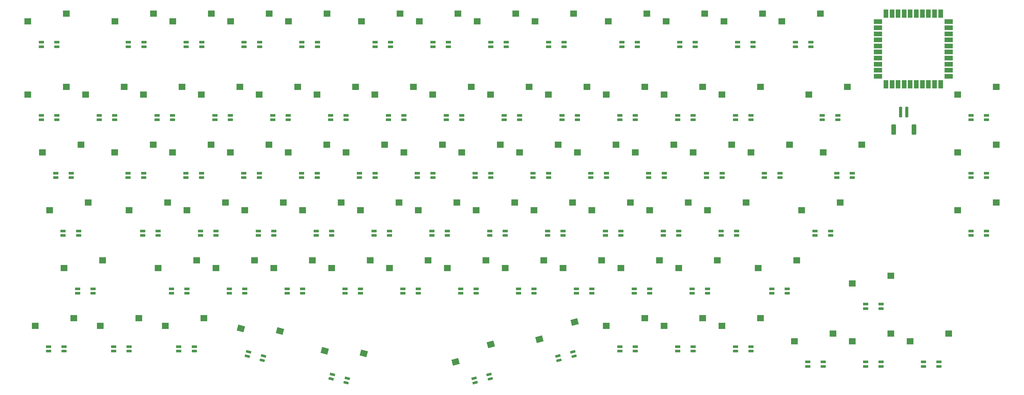
<source format=gbr>
%TF.GenerationSoftware,KiCad,Pcbnew,(6.0.7)*%
%TF.CreationDate,2022-09-18T02:02:10+02:00*%
%TF.ProjectId,Kanagawa_rgb_ansi_stamp,4b616e61-6761-4776-915f-7267625f616e,rev?*%
%TF.SameCoordinates,Original*%
%TF.FileFunction,Paste,Bot*%
%TF.FilePolarity,Positive*%
%FSLAX46Y46*%
G04 Gerber Fmt 4.6, Leading zero omitted, Abs format (unit mm)*
G04 Created by KiCad (PCBNEW (6.0.7)) date 2022-09-18 02:02:10*
%MOMM*%
%LPD*%
G01*
G04 APERTURE LIST*
G04 Aperture macros list*
%AMRoundRect*
0 Rectangle with rounded corners*
0 $1 Rounding radius*
0 $2 $3 $4 $5 $6 $7 $8 $9 X,Y pos of 4 corners*
0 Add a 4 corners polygon primitive as box body*
4,1,4,$2,$3,$4,$5,$6,$7,$8,$9,$2,$3,0*
0 Add four circle primitives for the rounded corners*
1,1,$1+$1,$2,$3*
1,1,$1+$1,$4,$5*
1,1,$1+$1,$6,$7*
1,1,$1+$1,$8,$9*
0 Add four rect primitives between the rounded corners*
20,1,$1+$1,$2,$3,$4,$5,0*
20,1,$1+$1,$4,$5,$6,$7,0*
20,1,$1+$1,$6,$7,$8,$9,0*
20,1,$1+$1,$8,$9,$2,$3,0*%
%AMRotRect*
0 Rectangle, with rotation*
0 The origin of the aperture is its center*
0 $1 length*
0 $2 width*
0 $3 Rotation angle, in degrees counterclockwise*
0 Add horizontal line*
21,1,$1,$2,0,0,$3*%
G04 Aperture macros list end*
%ADD10R,2.300000X2.000000*%
%ADD11R,1.700000X0.820000*%
%ADD12RoundRect,0.205000X-0.645000X-0.205000X0.645000X-0.205000X0.645000X0.205000X-0.645000X0.205000X0*%
%ADD13RotRect,2.300000X2.000000X165.000000*%
%ADD14RotRect,1.700000X0.820000X345.000000*%
%ADD15RoundRect,0.205000X-0.676080X-0.031077X0.569964X-0.364953X0.676080X0.031077X-0.569964X0.364953X0*%
%ADD16RotRect,2.300000X2.000000X195.000000*%
%ADD17RotRect,1.700000X0.820000X15.000000*%
%ADD18RoundRect,0.205000X-0.569964X-0.364953X0.676080X-0.031077X0.569964X0.364953X-0.676080X0.031077X0*%
%ADD19RoundRect,0.250000X0.250000X1.500000X-0.250000X1.500000X-0.250000X-1.500000X0.250000X-1.500000X0*%
%ADD20RoundRect,0.250001X0.499999X1.449999X-0.499999X1.449999X-0.499999X-1.449999X0.499999X-1.449999X0*%
%ADD21R,2.800000X1.500000*%
%ADD22R,1.500000X2.800000*%
G04 APERTURE END LIST*
D10*
%TO.C,KD13*%
X357700000Y-93615000D03*
X370400000Y-91075000D03*
D11*
X362150000Y-100445000D03*
X362150000Y-101945000D03*
D12*
X367250000Y-101945000D03*
D11*
X367250000Y-100445000D03*
%TD*%
D10*
%TO.C,KA5*%
X161425000Y-69515000D03*
X174125000Y-66975000D03*
D11*
X165875000Y-76345000D03*
X165875000Y-77845000D03*
D12*
X170975000Y-77845000D03*
D11*
X170975000Y-76345000D03*
%TD*%
D10*
%TO.C,KF9*%
X280125000Y-169815000D03*
X292825000Y-167275000D03*
D11*
X284575000Y-176645000D03*
X284575000Y-178145000D03*
D12*
X289675000Y-178145000D03*
D11*
X289675000Y-176645000D03*
%TD*%
D10*
%TO.C,KC7*%
X194400000Y-112665000D03*
X207100000Y-110125000D03*
D11*
X198850000Y-119495000D03*
X198850000Y-120995000D03*
D12*
X203950000Y-120995000D03*
D11*
X203950000Y-119495000D03*
%TD*%
D10*
%TO.C,KE11*%
X292031250Y-150765000D03*
X304731250Y-148225000D03*
D11*
X296481250Y-157595000D03*
X296481250Y-159095000D03*
D12*
X301581250Y-159095000D03*
D11*
X301581250Y-157595000D03*
%TD*%
D10*
%TO.C,KC9*%
X232500000Y-112665000D03*
X245200000Y-110125000D03*
D11*
X236950000Y-119495000D03*
X236950000Y-120995000D03*
D12*
X242050000Y-120995000D03*
D11*
X242050000Y-119495000D03*
%TD*%
D10*
%TO.C,KB9*%
X222975000Y-93615000D03*
X235675000Y-91075000D03*
D11*
X227425000Y-100445000D03*
X227425000Y-101945000D03*
D12*
X232525000Y-101945000D03*
D11*
X232525000Y-100445000D03*
%TD*%
D13*
%TO.C,KF3*%
X121654486Y-170639392D03*
X134579145Y-171472942D03*
D14*
X124185122Y-178388410D03*
X123796894Y-179837299D03*
D15*
X128723115Y-181157276D03*
D14*
X129111344Y-179708387D03*
%TD*%
D10*
%TO.C,KB0*%
X51525000Y-93615000D03*
X64225000Y-91075000D03*
D11*
X55975000Y-100445000D03*
X55975000Y-101945000D03*
D12*
X61075000Y-101945000D03*
D11*
X61075000Y-100445000D03*
%TD*%
D10*
%TO.C,KC2*%
X99150000Y-112665000D03*
X111850000Y-110125000D03*
D11*
X103600000Y-119495000D03*
X103600000Y-120995000D03*
D12*
X108700000Y-120995000D03*
D11*
X108700000Y-119495000D03*
%TD*%
D10*
%TO.C,KD7*%
X199162500Y-131715000D03*
X211862500Y-129175000D03*
D11*
X203612500Y-138545000D03*
X203612500Y-140045000D03*
D12*
X208712500Y-140045000D03*
D11*
X208712500Y-138545000D03*
%TD*%
D10*
%TO.C,KA7*%
X199525000Y-69515000D03*
X212225000Y-66975000D03*
D11*
X203975000Y-76345000D03*
X203975000Y-77845000D03*
D12*
X209075000Y-77845000D03*
D11*
X209075000Y-76345000D03*
%TD*%
D10*
%TO.C,KC3*%
X118200000Y-112665000D03*
X130900000Y-110125000D03*
D11*
X122650000Y-119495000D03*
X122650000Y-120995000D03*
D12*
X127750000Y-120995000D03*
D11*
X127750000Y-119495000D03*
%TD*%
D10*
%TO.C,KA10*%
X261725000Y-69515000D03*
X274425000Y-66975000D03*
D11*
X266175000Y-76345000D03*
X266175000Y-77845000D03*
D12*
X271275000Y-77845000D03*
D11*
X271275000Y-76345000D03*
%TD*%
D10*
%TO.C,KC5*%
X156300000Y-112665000D03*
X169000000Y-110125000D03*
D11*
X160750000Y-119495000D03*
X160750000Y-120995000D03*
D12*
X165850000Y-120995000D03*
D11*
X165850000Y-119495000D03*
%TD*%
D10*
%TO.C,KF11*%
X322987500Y-174865000D03*
X335687500Y-172325000D03*
D11*
X327437500Y-181695000D03*
X327437500Y-183195000D03*
D12*
X332537500Y-183195000D03*
D11*
X332537500Y-181695000D03*
%TD*%
D10*
%TO.C,KE7*%
X208687500Y-150765000D03*
X221387500Y-148225000D03*
D11*
X213137500Y-157595000D03*
X213137500Y-159095000D03*
D12*
X218237500Y-159095000D03*
D11*
X218237500Y-157595000D03*
%TD*%
D10*
%TO.C,KF12*%
X342037500Y-174865000D03*
X354737500Y-172325000D03*
D11*
X346487500Y-181695000D03*
X346487500Y-183195000D03*
D12*
X351587500Y-183195000D03*
D11*
X351587500Y-181695000D03*
%TD*%
D10*
%TO.C,KE5*%
X170587500Y-150765000D03*
X183287500Y-148225000D03*
D11*
X175037500Y-157595000D03*
X175037500Y-159095000D03*
D12*
X180137500Y-159095000D03*
D11*
X180137500Y-157595000D03*
%TD*%
D10*
%TO.C,KB5*%
X146775000Y-93615000D03*
X159475000Y-91075000D03*
D11*
X151225000Y-100445000D03*
X151225000Y-101945000D03*
D12*
X156325000Y-101945000D03*
D11*
X156325000Y-100445000D03*
%TD*%
D10*
%TO.C,KD10*%
X256312500Y-131715000D03*
X269012500Y-129175000D03*
D11*
X260762500Y-138545000D03*
X260762500Y-140045000D03*
D12*
X265862500Y-140045000D03*
D11*
X265862500Y-138545000D03*
%TD*%
D10*
%TO.C,KA0*%
X51525000Y-69515000D03*
X64225000Y-66975000D03*
D11*
X55975000Y-76345000D03*
X55975000Y-77845000D03*
D12*
X61075000Y-77845000D03*
D11*
X61075000Y-76345000D03*
%TD*%
D10*
%TO.C,KD1*%
X84862500Y-131715000D03*
X97562500Y-129175000D03*
D11*
X89312500Y-138545000D03*
X89312500Y-140045000D03*
D12*
X94412500Y-140045000D03*
D11*
X94412500Y-138545000D03*
%TD*%
D10*
%TO.C,KB10*%
X242025000Y-93615000D03*
X254725000Y-91075000D03*
D11*
X246475000Y-100445000D03*
X246475000Y-101945000D03*
D12*
X251575000Y-101945000D03*
D11*
X251575000Y-100445000D03*
%TD*%
D10*
%TO.C,KC11*%
X270600000Y-112665000D03*
X283300000Y-110125000D03*
D11*
X275050000Y-119495000D03*
X275050000Y-120995000D03*
D12*
X280150000Y-120995000D03*
D11*
X280150000Y-119495000D03*
%TD*%
D10*
%TO.C,KF1*%
X75337500Y-169815000D03*
X88037500Y-167275000D03*
D11*
X79787500Y-176645000D03*
X79787500Y-178145000D03*
D12*
X84887500Y-178145000D03*
D11*
X84887500Y-176645000D03*
%TD*%
D10*
%TO.C,KE6*%
X189637500Y-150765000D03*
X202337500Y-148225000D03*
D11*
X194087500Y-157595000D03*
X194087500Y-159095000D03*
D12*
X199187500Y-159095000D03*
D11*
X199187500Y-157595000D03*
%TD*%
D10*
%TO.C,KA3*%
X118275000Y-69515000D03*
X130975000Y-66975000D03*
D11*
X122725000Y-76345000D03*
X122725000Y-77845000D03*
D12*
X127825000Y-77845000D03*
D11*
X127825000Y-76345000D03*
%TD*%
D10*
%TO.C,KE4*%
X151537500Y-150765000D03*
X164237500Y-148225000D03*
D11*
X155987500Y-157595000D03*
X155987500Y-159095000D03*
D12*
X161087500Y-159095000D03*
D11*
X161087500Y-157595000D03*
%TD*%
D10*
%TO.C,KD11*%
X275362500Y-131715000D03*
X288062500Y-129175000D03*
D11*
X279812500Y-138545000D03*
X279812500Y-140045000D03*
D12*
X284912500Y-140045000D03*
D11*
X284912500Y-138545000D03*
%TD*%
D10*
%TO.C,KD8*%
X218212500Y-131715000D03*
X230912500Y-129175000D03*
D11*
X222662500Y-138545000D03*
X222662500Y-140045000D03*
D12*
X227762500Y-140045000D03*
D11*
X227762500Y-138545000D03*
%TD*%
D10*
%TO.C,KF0*%
X53906250Y-169815000D03*
X66606250Y-167275000D03*
D11*
X58356250Y-176645000D03*
X58356250Y-178145000D03*
D12*
X63456250Y-178145000D03*
D11*
X63456250Y-176645000D03*
%TD*%
D10*
%TO.C,KE3*%
X132487500Y-150765000D03*
X145187500Y-148225000D03*
D11*
X136937500Y-157595000D03*
X136937500Y-159095000D03*
D12*
X142037500Y-159095000D03*
D11*
X142037500Y-157595000D03*
%TD*%
D10*
%TO.C,KF10*%
X303937500Y-174865000D03*
X316637500Y-172325000D03*
D11*
X308387500Y-181695000D03*
X308387500Y-183195000D03*
D12*
X313487500Y-183195000D03*
D11*
X313487500Y-181695000D03*
%TD*%
D10*
%TO.C,KC0*%
X56287500Y-112665000D03*
X68987500Y-110125000D03*
D11*
X60737500Y-119495000D03*
X60737500Y-120995000D03*
D12*
X65837500Y-120995000D03*
D11*
X65837500Y-119495000D03*
%TD*%
D10*
%TO.C,KD6*%
X180112500Y-131715000D03*
X192812500Y-129175000D03*
D11*
X184562500Y-138545000D03*
X184562500Y-140045000D03*
D12*
X189662500Y-140045000D03*
D11*
X189662500Y-138545000D03*
%TD*%
D10*
%TO.C,KB2*%
X89625000Y-93615000D03*
X102325000Y-91075000D03*
D11*
X94075000Y-100445000D03*
X94075000Y-101945000D03*
D12*
X99175000Y-101945000D03*
D11*
X99175000Y-100445000D03*
%TD*%
D10*
%TO.C,KC4*%
X137250000Y-112665000D03*
X149950000Y-110125000D03*
D11*
X141700000Y-119495000D03*
X141700000Y-120995000D03*
D12*
X146800000Y-120995000D03*
D11*
X146800000Y-119495000D03*
%TD*%
D10*
%TO.C,KD0*%
X58668750Y-131715000D03*
X71368750Y-129175000D03*
D11*
X63118750Y-138545000D03*
X63118750Y-140045000D03*
D12*
X68218750Y-140045000D03*
D11*
X68218750Y-138545000D03*
%TD*%
D10*
%TO.C,KD3*%
X122962500Y-131715000D03*
X135662500Y-129175000D03*
D11*
X127412500Y-138545000D03*
X127412500Y-140045000D03*
D12*
X132512500Y-140045000D03*
D11*
X132512500Y-138545000D03*
%TD*%
D16*
%TO.C,KF5*%
X192396221Y-181658613D03*
X204006079Y-175918160D03*
D17*
X198462325Y-187104142D03*
X198850554Y-188553031D03*
D18*
X203776776Y-187233054D03*
D17*
X203388547Y-185784165D03*
%TD*%
D10*
%TO.C,KF8*%
X261075000Y-169815000D03*
X273775000Y-167275000D03*
D11*
X265525000Y-176645000D03*
X265525000Y-178145000D03*
D12*
X270625000Y-178145000D03*
D11*
X270625000Y-176645000D03*
%TD*%
D10*
%TO.C,KA11*%
X280775000Y-69515000D03*
X293475000Y-66975000D03*
D11*
X285225000Y-76345000D03*
X285225000Y-77845000D03*
D12*
X290325000Y-77845000D03*
D11*
X290325000Y-76345000D03*
%TD*%
D10*
%TO.C,KD5*%
X161062500Y-131715000D03*
X173762500Y-129175000D03*
D11*
X165512500Y-138545000D03*
X165512500Y-140045000D03*
D12*
X170612500Y-140045000D03*
D11*
X170612500Y-138545000D03*
%TD*%
D10*
%TO.C,KA9*%
X242675000Y-69515000D03*
X255375000Y-66975000D03*
D11*
X247125000Y-76345000D03*
X247125000Y-77845000D03*
D12*
X252225000Y-77845000D03*
D11*
X252225000Y-76345000D03*
%TD*%
D10*
%TO.C,KE8*%
X227737500Y-150765000D03*
X240437500Y-148225000D03*
D11*
X232187500Y-157595000D03*
X232187500Y-159095000D03*
D12*
X237287500Y-159095000D03*
D11*
X237287500Y-157595000D03*
%TD*%
D10*
%TO.C,KB3*%
X108675000Y-93615000D03*
X121375000Y-91075000D03*
D11*
X113125000Y-100445000D03*
X113125000Y-101945000D03*
D12*
X118225000Y-101945000D03*
D11*
X118225000Y-100445000D03*
%TD*%
D10*
%TO.C,KC6*%
X175350000Y-112665000D03*
X188050000Y-110125000D03*
D11*
X179800000Y-119495000D03*
X179800000Y-120995000D03*
D12*
X184900000Y-120995000D03*
D11*
X184900000Y-119495000D03*
%TD*%
D10*
%TO.C,KB8*%
X203925000Y-93615000D03*
X216625000Y-91075000D03*
D11*
X208375000Y-100445000D03*
X208375000Y-101945000D03*
D12*
X213475000Y-101945000D03*
D11*
X213475000Y-100445000D03*
%TD*%
D10*
%TO.C,KA1*%
X80175000Y-69515000D03*
X92875000Y-66975000D03*
D11*
X84625000Y-76345000D03*
X84625000Y-77845000D03*
D12*
X89725000Y-77845000D03*
D11*
X89725000Y-76345000D03*
%TD*%
D10*
%TO.C,KA12*%
X299825000Y-69515000D03*
X312525000Y-66975000D03*
D11*
X304275000Y-76345000D03*
X304275000Y-77845000D03*
D12*
X309375000Y-77845000D03*
D11*
X309375000Y-76345000D03*
%TD*%
D10*
%TO.C,KA8*%
X218575000Y-69515000D03*
X231275000Y-66975000D03*
D11*
X223025000Y-76345000D03*
X223025000Y-77845000D03*
D12*
X228125000Y-77845000D03*
D11*
X228125000Y-76345000D03*
%TD*%
D10*
%TO.C,KE2*%
X113437500Y-150765000D03*
X126137500Y-148225000D03*
D11*
X117887500Y-157595000D03*
X117887500Y-159095000D03*
D12*
X122987500Y-159095000D03*
D11*
X122987500Y-157595000D03*
%TD*%
D10*
%TO.C,KE13*%
X357700000Y-112665000D03*
X370400000Y-110125000D03*
D11*
X362150000Y-119495000D03*
X362150000Y-120995000D03*
D12*
X367250000Y-120995000D03*
D11*
X367250000Y-119495000D03*
%TD*%
D10*
%TO.C,KC8*%
X213450000Y-112665000D03*
X226150000Y-110125000D03*
D11*
X217900000Y-119495000D03*
X217900000Y-120995000D03*
D12*
X223000000Y-120995000D03*
D11*
X223000000Y-119495000D03*
%TD*%
D10*
%TO.C,KD4*%
X142012500Y-131715000D03*
X154712500Y-129175000D03*
D11*
X146462500Y-138545000D03*
X146462500Y-140045000D03*
D12*
X151562500Y-140045000D03*
D11*
X151562500Y-138545000D03*
%TD*%
D10*
%TO.C,KB11*%
X261075000Y-93615000D03*
X273775000Y-91075000D03*
D11*
X265525000Y-100445000D03*
X265525000Y-101945000D03*
D12*
X270625000Y-101945000D03*
D11*
X270625000Y-100445000D03*
%TD*%
D10*
%TO.C,KF7*%
X242025000Y-169815000D03*
X254725000Y-167275000D03*
D11*
X246475000Y-176645000D03*
X246475000Y-178145000D03*
D12*
X251575000Y-178145000D03*
D11*
X251575000Y-176645000D03*
%TD*%
D10*
%TO.C,KE0*%
X63431250Y-150765000D03*
X76131250Y-148225000D03*
D11*
X67881250Y-157595000D03*
X67881250Y-159095000D03*
D12*
X72981250Y-159095000D03*
D11*
X72981250Y-157595000D03*
%TD*%
D10*
%TO.C,KC1*%
X80100000Y-112665000D03*
X92800000Y-110125000D03*
D11*
X84550000Y-119495000D03*
X84550000Y-120995000D03*
D12*
X89650000Y-120995000D03*
D11*
X89650000Y-119495000D03*
%TD*%
D10*
%TO.C,KE1*%
X94387500Y-150765000D03*
X107087500Y-148225000D03*
D11*
X98837500Y-157595000D03*
X98837500Y-159095000D03*
D12*
X103937500Y-159095000D03*
D11*
X103937500Y-157595000D03*
%TD*%
D10*
%TO.C,KC13*%
X313462500Y-112665000D03*
X326162500Y-110125000D03*
D11*
X317912500Y-119495000D03*
X317912500Y-120995000D03*
D12*
X323012500Y-120995000D03*
D11*
X323012500Y-119495000D03*
%TD*%
D10*
%TO.C,KB13*%
X308700000Y-93615000D03*
X321400000Y-91075000D03*
D11*
X313150000Y-100445000D03*
X313150000Y-101945000D03*
D12*
X318250000Y-101945000D03*
D11*
X318250000Y-100445000D03*
%TD*%
D13*
%TO.C,KF4*%
X149255817Y-178035146D03*
X162180475Y-178868697D03*
D14*
X151786453Y-185784165D03*
X151398224Y-187233053D03*
D15*
X156324446Y-188553030D03*
D14*
X156712675Y-187104142D03*
%TD*%
D10*
%TO.C,KA4*%
X137325000Y-69515000D03*
X150025000Y-66975000D03*
D11*
X141775000Y-76345000D03*
X141775000Y-77845000D03*
D12*
X146875000Y-77845000D03*
D11*
X146875000Y-76345000D03*
%TD*%
D10*
%TO.C,KC12*%
X289650000Y-112665000D03*
X302350000Y-110125000D03*
D11*
X294100000Y-119495000D03*
X294100000Y-120995000D03*
D12*
X299200000Y-120995000D03*
D11*
X299200000Y-119495000D03*
%TD*%
D10*
%TO.C,KB12*%
X280125000Y-93615000D03*
X292825000Y-91075000D03*
D11*
X284575000Y-100445000D03*
X284575000Y-101945000D03*
D12*
X289675000Y-101945000D03*
D11*
X289675000Y-100445000D03*
%TD*%
D10*
%TO.C,KB4*%
X127725000Y-93615000D03*
X140425000Y-91075000D03*
D11*
X132175000Y-100445000D03*
X132175000Y-101945000D03*
D12*
X137275000Y-101945000D03*
D11*
X137275000Y-100445000D03*
%TD*%
D10*
%TO.C,KB6*%
X165825000Y-93615000D03*
X178525000Y-91075000D03*
D11*
X170275000Y-100445000D03*
X170275000Y-101945000D03*
D12*
X175375000Y-101945000D03*
D11*
X175375000Y-100445000D03*
%TD*%
D10*
%TO.C,KA6*%
X180475000Y-69515000D03*
X193175000Y-66975000D03*
D11*
X184925000Y-76345000D03*
X184925000Y-77845000D03*
D12*
X190025000Y-77845000D03*
D11*
X190025000Y-76345000D03*
%TD*%
D10*
%TO.C,KA2*%
X99225000Y-69515000D03*
X111925000Y-66975000D03*
D11*
X103675000Y-76345000D03*
X103675000Y-77845000D03*
D12*
X108775000Y-77845000D03*
D11*
X108775000Y-76345000D03*
%TD*%
D10*
%TO.C,KF2*%
X96768750Y-169815000D03*
X109468750Y-167275000D03*
D11*
X101218750Y-176645000D03*
X101218750Y-178145000D03*
D12*
X106318750Y-178145000D03*
D11*
X106318750Y-176645000D03*
%TD*%
D10*
%TO.C,KD2*%
X103912500Y-131715000D03*
X116612500Y-129175000D03*
D11*
X108362500Y-138545000D03*
X108362500Y-140045000D03*
D12*
X113462500Y-140045000D03*
D11*
X113462500Y-138545000D03*
%TD*%
D10*
%TO.C,KF13*%
X357700000Y-131715000D03*
X370400000Y-129175000D03*
D11*
X362150000Y-138545000D03*
X362150000Y-140045000D03*
D12*
X367250000Y-140045000D03*
D11*
X367250000Y-138545000D03*
%TD*%
D10*
%TO.C,KB7*%
X184875000Y-93615000D03*
X197575000Y-91075000D03*
D11*
X189325000Y-100445000D03*
X189325000Y-101945000D03*
D12*
X194425000Y-101945000D03*
D11*
X194425000Y-100445000D03*
%TD*%
D10*
%TO.C,KE10*%
X265837500Y-150765000D03*
X278537500Y-148225000D03*
D11*
X270287500Y-157595000D03*
X270287500Y-159095000D03*
D12*
X275387500Y-159095000D03*
D11*
X275387500Y-157595000D03*
%TD*%
D10*
%TO.C,KB1*%
X70575000Y-93615000D03*
X83275000Y-91075000D03*
D11*
X75025000Y-100445000D03*
X75025000Y-101945000D03*
D12*
X80125000Y-101945000D03*
D11*
X80125000Y-100445000D03*
%TD*%
D10*
%TO.C,KD12*%
X306318750Y-131715000D03*
X319018750Y-129175000D03*
D11*
X310768750Y-138545000D03*
X310768750Y-140045000D03*
D12*
X315868750Y-140045000D03*
D11*
X315868750Y-138545000D03*
%TD*%
D10*
%TO.C,KE9*%
X246787500Y-150765000D03*
X259487500Y-148225000D03*
D11*
X251237500Y-157595000D03*
X251237500Y-159095000D03*
D12*
X256337500Y-159095000D03*
D11*
X256337500Y-157595000D03*
%TD*%
D10*
%TO.C,KC10*%
X251550000Y-112665000D03*
X264250000Y-110125000D03*
D11*
X256000000Y-119495000D03*
X256000000Y-120995000D03*
D12*
X261100000Y-120995000D03*
D11*
X261100000Y-119495000D03*
%TD*%
D10*
%TO.C,KE12*%
X322987500Y-155815000D03*
X335687500Y-153275000D03*
D11*
X327437500Y-162645000D03*
X327437500Y-164145000D03*
D12*
X332537500Y-164145000D03*
D11*
X332537500Y-162645000D03*
%TD*%
D10*
%TO.C,KD9*%
X237262500Y-131715000D03*
X249962500Y-129175000D03*
D11*
X241712500Y-138545000D03*
X241712500Y-140045000D03*
D12*
X246812500Y-140045000D03*
D11*
X246812500Y-138545000D03*
%TD*%
D16*
%TO.C,KF6*%
X219997552Y-174262859D03*
X231607410Y-168522405D03*
D17*
X226063656Y-179708387D03*
X226451885Y-181157276D03*
D18*
X231378106Y-179837299D03*
D17*
X230989878Y-178388410D03*
%TD*%
D19*
%TO.C,J5*%
X340960000Y-99370623D03*
X338960000Y-99370623D03*
D20*
X336610000Y-105120623D03*
X343310000Y-105120623D03*
%TD*%
D21*
%TO.C,U0*%
X354750000Y-69600000D03*
X354750000Y-71600000D03*
X354750000Y-73600000D03*
X354750000Y-75600000D03*
X354750000Y-77600000D03*
X354750000Y-79600000D03*
X354750000Y-81600000D03*
X354750000Y-83600000D03*
X354750000Y-85600000D03*
X354750000Y-87600000D03*
D22*
X352100000Y-90250000D03*
X350100000Y-90250000D03*
X348100000Y-90250000D03*
X346100000Y-90250000D03*
X344100000Y-90250000D03*
X342100000Y-90250000D03*
X340100000Y-90250000D03*
X338100000Y-90250000D03*
X336100000Y-90250000D03*
X334100000Y-90250000D03*
D21*
X331450000Y-87600000D03*
X331450000Y-85600000D03*
X331450000Y-83600000D03*
X331450000Y-81600000D03*
X331450000Y-79600000D03*
X331450000Y-77600000D03*
X331450000Y-75600000D03*
X331450000Y-73600000D03*
X331450000Y-71600000D03*
X331450000Y-69600000D03*
D22*
X334100000Y-66950000D03*
X336100000Y-66950000D03*
X338100000Y-66950000D03*
X340100000Y-66950000D03*
X342100000Y-66950000D03*
X344100000Y-66950000D03*
X346100000Y-66950000D03*
X348100000Y-66950000D03*
X350100000Y-66950000D03*
X352100000Y-66950000D03*
%TD*%
M02*

</source>
